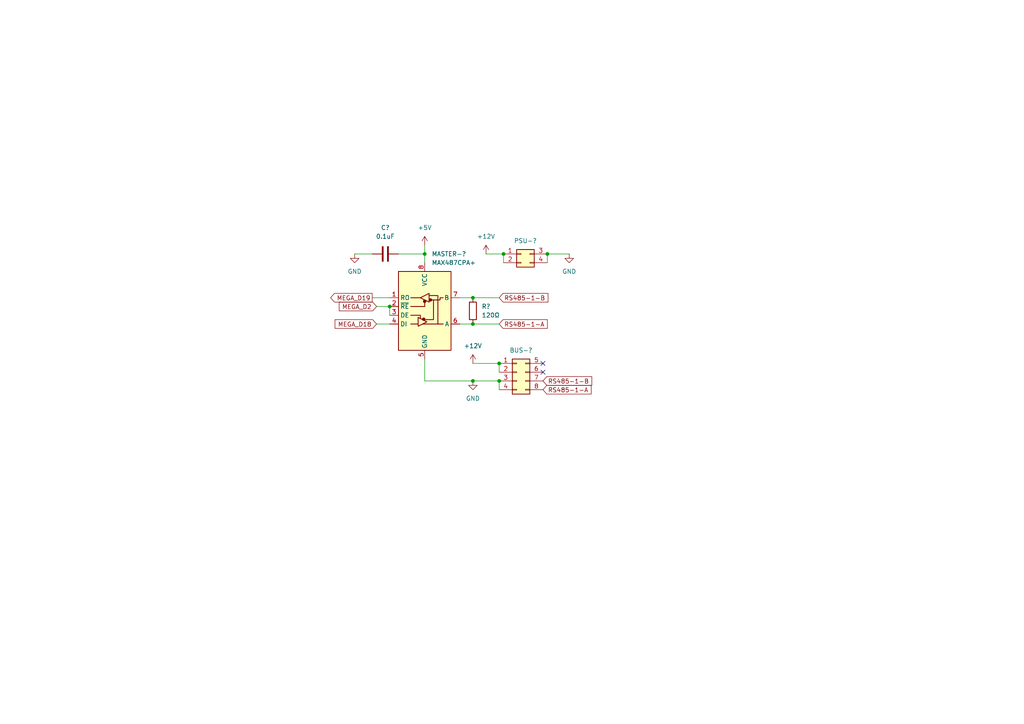
<source format=kicad_sch>
(kicad_sch (version 20211123) (generator eeschema)
  (paper "A4")
  (lib_symbols
    (symbol "A10:MAX487CPA+"
      (property "Reference" "U" (at -6.096 11.43 0))
      (property "Value" "MAX487CPA+" (at 0.762 11.43 0))
      (symbol "MAX487CPA+_0_1"
        (rectangle (start -7.62 10.16) (end 7.62 -12.7) (stroke (width 0.254)) (fill (type background)))
        (circle (center -0.3048 -3.683) (radius 0.3556) (stroke (width 0.254)) (fill (type outline)))
        (circle (center -0.0254 1.4986) (radius 0.3556) (stroke (width 0.254)) (fill (type outline)))
        (polyline (pts (xy -4.064 -5.08) (xy -1.905 -5.08)) (stroke (width 0.254)))
        (polyline (pts (xy -4.064 2.54) (xy -1.27 2.54)) (stroke (width 0.254)))
        (polyline (pts (xy -1.27 -3.2004) (xy -1.27 -3.4544)) (stroke (width 0.254)))
        (polyline (pts (xy -0.635 -5.08) (xy 5.334 -5.08)) (stroke (width 0.254)))
        (polyline (pts (xy -4.064 -2.54) (xy -1.27 -2.54) (xy -1.27 -3.175)) (stroke (width 0.254)))
        (polyline (pts (xy 0 1.27) (xy 0 0) (xy -4.064 0)) (stroke (width 0.254)))
        (polyline (pts (xy 1.27 3.175) (xy 3.81 3.175) (xy 3.81 -5.08)) (stroke (width 0.254)))
        (polyline (pts (xy 2.54 1.905) (xy 2.54 -3.81) (xy 0 -3.81)) (stroke (width 0.254)))
        (polyline (pts (xy -1.905 -3.175) (xy -1.905 -5.715) (xy 0.635 -4.445) (xy -1.905 -3.175)) (stroke (width 0.254)))
        (polyline (pts (xy -1.27 2.54) (xy 1.27 3.81) (xy 1.27 1.27) (xy -1.27 2.54)) (stroke (width 0.254)))
        (polyline (pts (xy 1.905 1.905) (xy 4.445 1.905) (xy 4.445 2.54) (xy 5.334 2.54)) (stroke (width 0.254)))
        (rectangle (start 1.27 3.175) (end 1.27 3.175))
        (circle (center 1.651 1.905) (radius 0.3556) (stroke (width 0.254)) (fill (type outline)))
      )
      (symbol "MAX487CPA+_1_1"
        (pin output line (at -10.16 2.54 0) (length 2.54) (name "RO") (number "1"))
        (pin input line (at -10.16 0 0) (length 2.54) (name "~{RE}") (number "2"))
        (pin input line (at -10.16 -2.54 0) (length 2.54) (name "DE") (number "3"))
        (pin input line (at -10.16 -5.08 0) (length 2.54) (name "DI") (number "4"))
        (pin power_in line (at 0 -15.24 90) (length 2.54) (name "GND") (number "5"))
        (pin bidirectional line (at 10.16 -5.08 180) (length 2.54) (name "A") (number "6"))
        (pin bidirectional line (at 10.16 2.54 180) (length 2.54) (name "B") (number "7"))
        (pin power_in line (at 0 12.7 270) (length 2.54) (name "VCC") (number "8"))
      )
    )
    (symbol "Conn_02x02_Top_Bottom_1" (pin_names (offset 1.016) hide)
      (property "Reference" "PSU-1" (at 1.27 3.81 0))
      (symbol "Conn_02x02_Top_Bottom_1_1_1"
        (rectangle (start -1.27 -2.413) (end 0 -2.667) (stroke (width 0.1524)))
        (rectangle (start -1.27 0.127) (end 0 -0.127) (stroke (width 0.1524)))
        (rectangle (start -1.27 1.27) (end 3.81 -3.81) (stroke (width 0.254)) (fill (type background)))
        (rectangle (start 3.81 -2.413) (end 2.54 -2.667) (stroke (width 0.1524)))
        (rectangle (start 3.81 0.127) (end 2.54 -0.127) (stroke (width 0.1524)))
        (pin power_out line (at -5.08 0 0) (length 3.81) (name "Pin_1") (number "1"))
        (pin passive line (at -5.08 -2.54 0) (length 3.81) (name "Pin_2") (number "2"))
        (pin passive line (at 7.62 0 180) (length 3.81) (name "Pin_3") (number "3"))
        (pin passive line (at 7.62 -2.54 180) (length 3.81) (name "Pin_4") (number "4"))
      )
    )
    (symbol "Connector_Generic:Conn_02x04_Top_Bottom" (pin_names (offset 1.016) hide)
      (property "Reference" "J" (at 1.27 5.08 0))
      (property "Value" "Conn_02x04_Top_Bottom" (at 1.27 -7.62 0))
      (symbol "Conn_02x04_Top_Bottom_1_1"
        (rectangle (start -1.27 -4.953) (end 0 -5.207) (stroke (width 0.1524)))
        (rectangle (start -1.27 -2.413) (end 0 -2.667) (stroke (width 0.1524)))
        (rectangle (start -1.27 0.127) (end 0 -0.127) (stroke (width 0.1524)))
        (rectangle (start -1.27 2.667) (end 0 2.413) (stroke (width 0.1524)))
        (rectangle (start -1.27 3.81) (end 3.81 -6.35) (stroke (width 0.254)) (fill (type background)))
        (rectangle (start 3.81 -4.953) (end 2.54 -5.207) (stroke (width 0.1524)))
        (rectangle (start 3.81 -2.413) (end 2.54 -2.667) (stroke (width 0.1524)))
        (rectangle (start 3.81 0.127) (end 2.54 -0.127) (stroke (width 0.1524)))
        (rectangle (start 3.81 2.667) (end 2.54 2.413) (stroke (width 0.1524)))
        (pin passive line (at -5.08 2.54 0) (length 3.81) (name "Pin_1") (number "1"))
        (pin passive line (at -5.08 0 0) (length 3.81) (name "Pin_2") (number "2"))
        (pin passive line (at -5.08 -2.54 0) (length 3.81) (name "Pin_3") (number "3"))
        (pin passive line (at -5.08 -5.08 0) (length 3.81) (name "Pin_4") (number "4"))
        (pin passive line (at 7.62 2.54 180) (length 3.81) (name "Pin_5") (number "5"))
        (pin passive line (at 7.62 0 180) (length 3.81) (name "Pin_6") (number "6"))
        (pin passive line (at 7.62 -2.54 180) (length 3.81) (name "Pin_7") (number "7"))
        (pin passive line (at 7.62 -5.08 180) (length 3.81) (name "Pin_8") (number "8"))
      )
    )
    (symbol "Device:C" (pin_numbers hide) (pin_names (offset 0.254))
      (property "Reference" "C" (at 0.635 2.54 0))
      (property "Value" "C" (at 0.635 -2.54 0))
      (symbol "C_0_1"
        (polyline (pts (xy -2.032 -0.762) (xy 2.032 -0.762)) (stroke (width 0.508)))
        (polyline (pts (xy -2.032 0.762) (xy 2.032 0.762)) (stroke (width 0.508)))
      )
      (symbol "C_1_1"
        (pin passive line (at 0 3.81 270) (length 2.794) (name "~") (number "1"))
        (pin passive line (at 0 -3.81 90) (length 2.794) (name "~") (number "2"))
      )
    )
    (symbol "Device:R" (pin_numbers hide) (pin_names (offset 0))
      (property "Reference" "R" (at 2.032 0 90))
      (property "Value" "R" (at 0 0 90))
      (symbol "R_0_1"
        (rectangle (start -1.016 -2.54) (end 1.016 2.54) (stroke (width 0.254)))
      )
      (symbol "R_1_1"
        (pin passive line (at 0 3.81 270) (length 1.27) (name "~") (number "1"))
        (pin passive line (at 0 -3.81 90) (length 1.27) (name "~") (number "2"))
      )
    )
    (symbol "power:+12V" (power) (pin_names (offset 0))
      (property "Value" "+12V" (at 0 3.556 0))
      (symbol "+12V_0_1"
        (polyline (pts (xy -0.762 1.27) (xy 0 2.54)))
        (polyline (pts (xy 0 0) (xy 0 2.54)))
        (polyline (pts (xy 0 2.54) (xy 0.762 1.27)))
      )
      (symbol "+12V_1_1"
        (pin power_in line (at 0 0 90) (length 0) hide (name "+12V") (number "1"))
      )
    )
    (symbol "power:+5V" (power) (pin_names (offset 0))
      (property "Value" "+5V" (at 0 3.556 0))
      (symbol "+5V_0_1"
        (polyline (pts (xy -0.762 1.27) (xy 0 2.54)))
        (polyline (pts (xy 0 0) (xy 0 2.54)))
        (polyline (pts (xy 0 2.54) (xy 0.762 1.27)))
      )
      (symbol "+5V_1_1"
        (pin power_in line (at 0 0 90) (length 0) hide (name "+5V") (number "1"))
      )
    )
    (symbol "power:GND" (power) (pin_names (offset 0))
      (property "Value" "GND" (at 0 -3.81 0))
      (symbol "GND_0_1"
        (polyline (pts (xy 0 0) (xy 0 -1.27) (xy 1.27 -1.27) (xy 0 -2.54) (xy -1.27 -1.27) (xy 0 -1.27)))
      )
      (symbol "GND_1_1"
        (pin power_in line (at 0 0 270) (length 0) hide (name "GND") (number "1"))
      )
    )
  )
  (junction (at 137.16 86.36))
  (junction (at 158.75 73.66))
  (junction (at 123.19 73.66))
  (junction (at 113.03 88.9))
  (junction (at 144.78 105.41))
  (junction (at 146.05 73.66))
  (junction (at 144.78 110.49))
  (junction (at 137.16 110.49))
  (junction (at 137.16 93.98))
  (no_connect (at 157.48 107.95))
  (no_connect (at 157.48 105.41))
  (wire (pts (xy 137.16 110.49) (xy 144.78 110.49)))
  (wire (pts (xy 137.16 93.98) (xy 144.78 93.98)))
  (wire (pts (xy 123.19 71.12) (xy 123.19 73.66)))
  (wire (pts (xy 123.19 110.49) (xy 137.16 110.49)))
  (wire (pts (xy 109.22 93.98) (xy 113.03 93.98)))
  (wire (pts (xy 158.75 73.66) (xy 158.75 76.2)))
  (wire (pts (xy 123.19 73.66) (xy 123.19 76.2)))
  (wire (pts (xy 137.16 105.41) (xy 144.78 105.41)))
  (wire (pts (xy 146.05 73.66) (xy 146.05 76.2)))
  (wire (pts (xy 140.97 73.66) (xy 146.05 73.66)))
  (wire (pts (xy 133.35 93.98) (xy 137.16 93.98)))
  (wire (pts (xy 107.95 86.36) (xy 113.03 86.36)))
  (wire (pts (xy 144.78 105.41) (xy 144.78 107.95)))
  (wire (pts (xy 158.75 73.66) (xy 165.1 73.66)))
  (wire (pts (xy 102.87 73.66) (xy 107.95 73.66)))
  (wire (pts (xy 109.22 88.9) (xy 113.03 88.9)))
  (wire (pts (xy 144.78 110.49) (xy 144.78 113.03)))
  (wire (pts (xy 133.35 86.36) (xy 137.16 86.36)))
  (wire (pts (xy 137.16 86.36) (xy 144.78 86.36)))
  (wire (pts (xy 123.19 104.14) (xy 123.19 110.49)))
  (wire (pts (xy 115.57 73.66) (xy 123.19 73.66)))
  (wire (pts (xy 113.03 88.9) (xy 113.03 91.44)))
  (global_label "MEGA_D2" (shape input) (at 109.22 88.9 180) (property "Intersheet References" "${INTERSHEET_REFS}" (effects hide)))
  (global_label "MEGA_D18" (shape input) (at 109.22 93.98 180) (property "Intersheet References" "${INTERSHEET_REFS}" (effects hide)))
  (global_label "RS485-1-A" (shape input) (at 144.78 93.98 0) (property "Intersheet References" "${INTERSHEET_REFS}" (effects hide)))
  (global_label "MEGA_D19" (shape output) (at 107.95 86.36 180) (property "Intersheet References" "${INTERSHEET_REFS}" (effects hide)))
  (global_label "RS485-1-B" (shape input) (at 144.78 86.36 0) (property "Intersheet References" "${INTERSHEET_REFS}" (effects hide)))
  (global_label "RS485-1-A" (shape input) (at 157.48 113.03 0) (property "Intersheet References" "${INTERSHEET_REFS}" (effects hide)))
  (global_label "RS485-1-B" (shape input) (at 157.48 110.49 0) (property "Intersheet References" "${INTERSHEET_REFS}" (effects hide)))
  (symbol (lib_id "A10:MAX487CPA+") (at 123.19 88.9 0) (unit 1)
    (property "Reference" "MASTER-?" (at 125.2094 73.66 0) (effects (justify left)))
    (property "Value" "MAX487CPA+" (at 125.2094 76.2 0) (effects (justify left)))
    (property "Footprint" "Package_DIP:DIP-8_W7.62mm_LongPads" (effects hide))
    (property "Datasheet" "https://datasheets.maximintegrated.com/en/ds/MAX1487E-MAX491E.pdf" (effects hide))
  )
  (symbol (lib_name "Conn_02x02_Top_Bottom_1") (lib_id "Connector_Generic:Conn_02x02_Top_Bottom") (at 151.13 73.66 0) (unit 1)
    (property "Reference" "PSU-?" (at 152.4 69.85 0))
    (property "Value" "Conn_02x02_Top_Bottom" (effects hide))
    (property "Footprint" "A10 KiCad Libraries:Molex 43045-0400" (effects hide))
  )
  (symbol (lib_id "power:GND") (at 165.1 73.66 0) (unit 1)
    (property "Reference" "#PWR?" (effects hide))
    (property "Value" "GND" (at 165.1 78.74 0))
  )
  (symbol (lib_id "Connector_Generic:Conn_02x04_Top_Bottom") (at 149.86 107.95 0) (unit 1)
    (property "Reference" "BUS-?" (at 151.13 101.6 0))
    (property "Value" "Conn_02x04_Top_Bottom" (effects hide))
    (property "Footprint" "A10 KiCad Libraries:Molex 43045-0800" (effects hide))
  )
  (symbol (lib_id "power:+12V") (at 137.16 105.41 0) (unit 1)
    (property "Reference" "#PWR?" (effects hide))
    (property "Value" "+12V" (at 137.16 100.33 0))
  )
  (symbol (lib_id "power:+5V") (at 123.19 71.12 0) (unit 1)
    (property "Reference" "#PWR?" (effects hide))
    (property "Value" "+5V" (at 123.19 66.04 0))
  )
  (symbol (lib_id "Device:R") (at 137.16 90.17 0) (unit 1)
    (property "Reference" "R?" (at 139.7 88.8999 0) (effects (justify left)))
    (property "Value" "120Ω" (at 139.7 91.4399 0) (effects (justify left)))
    (property "Footprint" "Resistor_THT:R_Axial_DIN0207_L6.3mm_D2.5mm_P7.62mm_Horizontal" (effects hide))
  )
  (symbol (lib_id "power:GND") (at 137.16 110.49 0) (unit 1)
    (property "Reference" "#PWR?" (effects hide))
    (property "Value" "GND" (at 137.16 115.57 0))
  )
  (symbol (lib_id "Device:C") (at 111.76 73.66 90) (unit 1)
    (property "Reference" "C?" (at 111.76 66.04 90))
    (property "Value" "0.1uF" (at 111.76 68.58 90))
    (property "Footprint" "Capacitor_THT:C_Disc_D5.0mm_W2.5mm_P2.50mm" (effects hide))
  )
  (symbol (lib_id "power:GND") (at 102.87 73.66 0) (unit 1)
    (property "Reference" "#PWR?" (effects hide))
    (property "Value" "GND" (at 102.87 78.74 0))
  )
  (symbol (lib_id "power:+12V") (at 140.97 73.66 0) (unit 1)
    (property "Reference" "#PWR?" (effects hide))
    (property "Value" "+12V" (at 140.97 68.58 0))
  )
)
</source>
